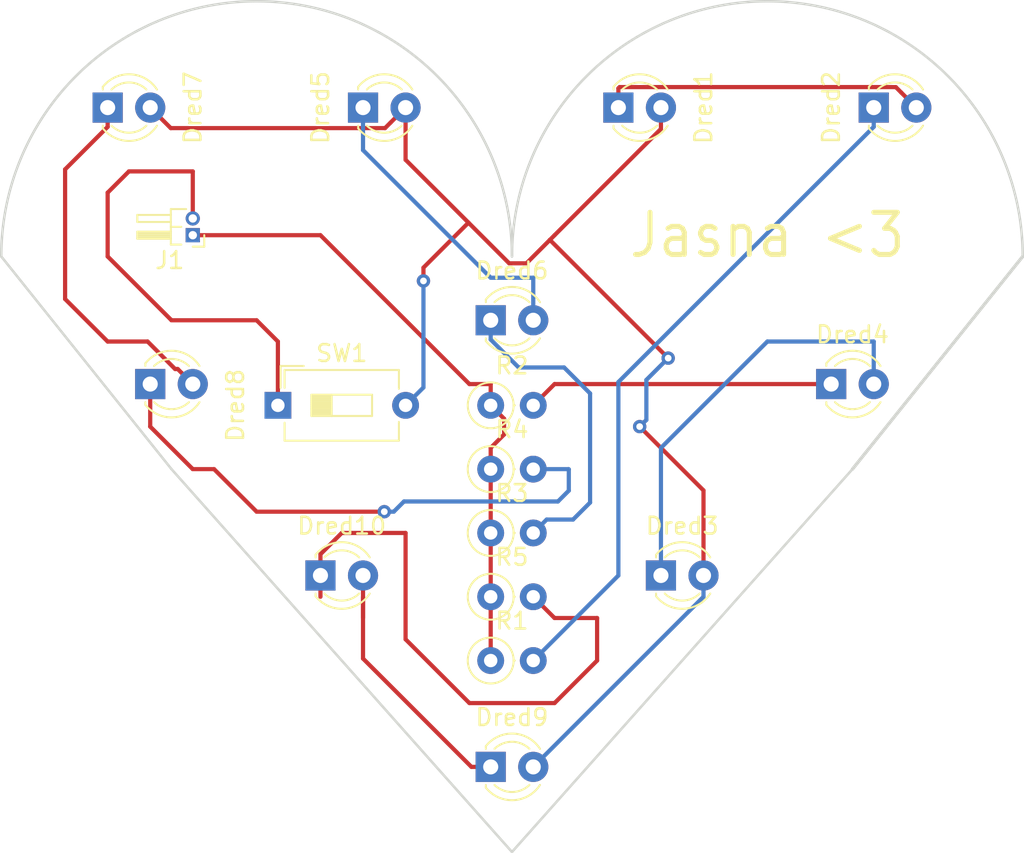
<source format=kicad_pcb>
(kicad_pcb (version 20171130) (host pcbnew "(5.0.2)-1")

  (general
    (thickness 1.6)
    (drawings 7)
    (tracks 114)
    (zones 0)
    (modules 17)
    (nets 14)
  )

  (page A4)
  (layers
    (0 F.Cu signal)
    (31 B.Cu signal)
    (32 B.Adhes user hide)
    (33 F.Adhes user hide)
    (34 B.Paste user hide)
    (35 F.Paste user hide)
    (36 B.SilkS user hide)
    (37 F.SilkS user)
    (38 B.Mask user)
    (39 F.Mask user hide)
    (40 Dwgs.User user)
    (41 Cmts.User user)
    (42 Eco1.User user)
    (43 Eco2.User user hide)
    (44 Edge.Cuts user)
    (45 Margin user)
    (46 B.CrtYd user)
    (47 F.CrtYd user)
    (48 B.Fab user)
    (49 F.Fab user)
  )

  (setup
    (last_trace_width 0.25)
    (trace_clearance 0.2)
    (zone_clearance 0.508)
    (zone_45_only no)
    (trace_min 0.2)
    (segment_width 0.2)
    (edge_width 0.15)
    (via_size 0.8)
    (via_drill 0.4)
    (via_min_size 0.4)
    (via_min_drill 0.3)
    (uvia_size 0.3)
    (uvia_drill 0.1)
    (uvias_allowed no)
    (uvia_min_size 0.2)
    (uvia_min_drill 0.1)
    (pcb_text_width 0.3)
    (pcb_text_size 1.5 1.5)
    (mod_edge_width 0.15)
    (mod_text_size 1 1)
    (mod_text_width 0.15)
    (pad_size 1.6 1.6)
    (pad_drill 1.6)
    (pad_to_mask_clearance 0.051)
    (solder_mask_min_width 0.25)
    (aux_axis_origin 0 0)
    (visible_elements 7FFFFFFF)
    (pcbplotparams
      (layerselection 0x010fc_ffffffff)
      (usegerberextensions false)
      (usegerberattributes false)
      (usegerberadvancedattributes false)
      (creategerberjobfile false)
      (excludeedgelayer true)
      (linewidth 0.100000)
      (plotframeref false)
      (viasonmask false)
      (mode 1)
      (useauxorigin false)
      (hpglpennumber 1)
      (hpglpenspeed 20)
      (hpglpendiameter 15.000000)
      (psnegative false)
      (psa4output false)
      (plotreference true)
      (plotvalue true)
      (plotinvisibletext false)
      (padsonsilk false)
      (subtractmaskfromsilk false)
      (outputformat 1)
      (mirror false)
      (drillshape 0)
      (scaleselection 1)
      (outputdirectory "gerbers/"))
  )

  (net 0 "")
  (net 1 "Net-(Dred1-Pad1)")
  (net 2 "Net-(Dred2-Pad1)")
  (net 3 "Net-(Dred3-Pad1)")
  (net 4 "Net-(Dred4-Pad1)")
  (net 5 "Net-(Dred5-Pad1)")
  (net 6 "Net-(Dred6-Pad1)")
  (net 7 "Net-(Dred7-Pad1)")
  (net 8 "Net-(Dred8-Pad1)")
  (net 9 "Net-(Dred10-Pad2)")
  (net 10 "Net-(Dred10-Pad1)")
  (net 11 +9V)
  (net 12 GND)
  (net 13 /POSITIVE)

  (net_class Default "This is the default net class."
    (clearance 0.2)
    (trace_width 0.25)
    (via_dia 0.8)
    (via_drill 0.4)
    (uvia_dia 0.3)
    (uvia_drill 0.1)
    (add_net +9V)
    (add_net /POSITIVE)
    (add_net GND)
    (add_net "Net-(Dred1-Pad1)")
    (add_net "Net-(Dred10-Pad1)")
    (add_net "Net-(Dred10-Pad2)")
    (add_net "Net-(Dred2-Pad1)")
    (add_net "Net-(Dred3-Pad1)")
    (add_net "Net-(Dred4-Pad1)")
    (add_net "Net-(Dred5-Pad1)")
    (add_net "Net-(Dred6-Pad1)")
    (add_net "Net-(Dred7-Pad1)")
    (add_net "Net-(Dred8-Pad1)")
  )

  (module LED_THT:LED_D3.0mm (layer F.Cu) (tedit 587A3A7B) (tstamp 5CF9F7C4)
    (at 166.37 62.23)
    (descr "LED, diameter 3.0mm, 2 pins")
    (tags "LED diameter 3.0mm 2 pins")
    (path /5CED5A98)
    (fp_text reference Dred1 (at 5.08 0 90) (layer F.SilkS)
      (effects (font (size 1 1) (thickness 0.15)))
    )
    (fp_text value LED (at 1.27 3.81) (layer F.Fab)
      (effects (font (size 1 1) (thickness 0.15)))
    )
    (fp_arc (start 1.27 0) (end -0.23 -1.16619) (angle 284.3) (layer F.Fab) (width 0.1))
    (fp_arc (start 1.27 0) (end -0.29 -1.235516) (angle 108.8) (layer F.SilkS) (width 0.12))
    (fp_arc (start 1.27 0) (end -0.29 1.235516) (angle -108.8) (layer F.SilkS) (width 0.12))
    (fp_arc (start 1.27 0) (end 0.229039 -1.08) (angle 87.9) (layer F.SilkS) (width 0.12))
    (fp_arc (start 1.27 0) (end 0.229039 1.08) (angle -87.9) (layer F.SilkS) (width 0.12))
    (fp_circle (center 1.27 0) (end 2.77 0) (layer F.Fab) (width 0.1))
    (fp_line (start -0.23 -1.16619) (end -0.23 1.16619) (layer F.Fab) (width 0.1))
    (fp_line (start -0.29 -1.236) (end -0.29 -1.08) (layer F.SilkS) (width 0.12))
    (fp_line (start -0.29 1.08) (end -0.29 1.236) (layer F.SilkS) (width 0.12))
    (fp_line (start -1.15 -2.25) (end -1.15 2.25) (layer F.CrtYd) (width 0.05))
    (fp_line (start -1.15 2.25) (end 3.7 2.25) (layer F.CrtYd) (width 0.05))
    (fp_line (start 3.7 2.25) (end 3.7 -2.25) (layer F.CrtYd) (width 0.05))
    (fp_line (start 3.7 -2.25) (end -1.15 -2.25) (layer F.CrtYd) (width 0.05))
    (pad 1 thru_hole rect (at 0 0) (size 1.8 1.8) (drill 0.9) (layers *.Cu *.Mask)
      (net 1 "Net-(Dred1-Pad1)"))
    (pad 2 thru_hole circle (at 2.54 0) (size 1.8 1.8) (drill 0.9) (layers *.Cu *.Mask)
      (net 13 /POSITIVE))
    (model ${KISYS3DMOD}/LED_THT.3dshapes/LED_D3.0mm.wrl
      (at (xyz 0 0 0))
      (scale (xyz 1 1 1))
      (rotate (xyz 0 0 0))
    )
  )

  (module LED_THT:LED_D3.0mm (layer F.Cu) (tedit 587A3A7B) (tstamp 5CF9F7D7)
    (at 181.61 62.23)
    (descr "LED, diameter 3.0mm, 2 pins")
    (tags "LED diameter 3.0mm 2 pins")
    (path /5C9F6F1E)
    (fp_text reference Dred2 (at -2.54 0 90) (layer F.SilkS)
      (effects (font (size 1 1) (thickness 0.15)))
    )
    (fp_text value LED (at 1.27 2.96) (layer F.Fab)
      (effects (font (size 1 1) (thickness 0.15)))
    )
    (fp_arc (start 1.27 0) (end -0.23 -1.16619) (angle 284.3) (layer F.Fab) (width 0.1))
    (fp_arc (start 1.27 0) (end -0.29 -1.235516) (angle 108.8) (layer F.SilkS) (width 0.12))
    (fp_arc (start 1.27 0) (end -0.29 1.235516) (angle -108.8) (layer F.SilkS) (width 0.12))
    (fp_arc (start 1.27 0) (end 0.229039 -1.08) (angle 87.9) (layer F.SilkS) (width 0.12))
    (fp_arc (start 1.27 0) (end 0.229039 1.08) (angle -87.9) (layer F.SilkS) (width 0.12))
    (fp_circle (center 1.27 0) (end 2.77 0) (layer F.Fab) (width 0.1))
    (fp_line (start -0.23 -1.16619) (end -0.23 1.16619) (layer F.Fab) (width 0.1))
    (fp_line (start -0.29 -1.236) (end -0.29 -1.08) (layer F.SilkS) (width 0.12))
    (fp_line (start -0.29 1.08) (end -0.29 1.236) (layer F.SilkS) (width 0.12))
    (fp_line (start -1.15 -2.25) (end -1.15 2.25) (layer F.CrtYd) (width 0.05))
    (fp_line (start -1.15 2.25) (end 3.7 2.25) (layer F.CrtYd) (width 0.05))
    (fp_line (start 3.7 2.25) (end 3.7 -2.25) (layer F.CrtYd) (width 0.05))
    (fp_line (start 3.7 -2.25) (end -1.15 -2.25) (layer F.CrtYd) (width 0.05))
    (pad 1 thru_hole rect (at 0 0) (size 1.8 1.8) (drill 0.9) (layers *.Cu *.Mask)
      (net 2 "Net-(Dred2-Pad1)"))
    (pad 2 thru_hole circle (at 2.54 0) (size 1.8 1.8) (drill 0.9) (layers *.Cu *.Mask)
      (net 1 "Net-(Dred1-Pad1)"))
    (model ${KISYS3DMOD}/LED_THT.3dshapes/LED_D3.0mm.wrl
      (at (xyz 0 0 0))
      (scale (xyz 1 1 1))
      (rotate (xyz 0 0 0))
    )
  )

  (module LED_THT:LED_D3.0mm (layer F.Cu) (tedit 587A3A7B) (tstamp 5CF9F7EA)
    (at 168.91 90.17)
    (descr "LED, diameter 3.0mm, 2 pins")
    (tags "LED diameter 3.0mm 2 pins")
    (path /5CED5992)
    (fp_text reference Dred3 (at 1.27 -2.96) (layer F.SilkS)
      (effects (font (size 1 1) (thickness 0.15)))
    )
    (fp_text value LED (at -2.54 0 90) (layer F.Fab)
      (effects (font (size 1 1) (thickness 0.15)))
    )
    (fp_line (start 3.7 -2.25) (end -1.15 -2.25) (layer F.CrtYd) (width 0.05))
    (fp_line (start 3.7 2.25) (end 3.7 -2.25) (layer F.CrtYd) (width 0.05))
    (fp_line (start -1.15 2.25) (end 3.7 2.25) (layer F.CrtYd) (width 0.05))
    (fp_line (start -1.15 -2.25) (end -1.15 2.25) (layer F.CrtYd) (width 0.05))
    (fp_line (start -0.29 1.08) (end -0.29 1.236) (layer F.SilkS) (width 0.12))
    (fp_line (start -0.29 -1.236) (end -0.29 -1.08) (layer F.SilkS) (width 0.12))
    (fp_line (start -0.23 -1.16619) (end -0.23 1.16619) (layer F.Fab) (width 0.1))
    (fp_circle (center 1.27 0) (end 2.77 0) (layer F.Fab) (width 0.1))
    (fp_arc (start 1.27 0) (end 0.229039 1.08) (angle -87.9) (layer F.SilkS) (width 0.12))
    (fp_arc (start 1.27 0) (end 0.229039 -1.08) (angle 87.9) (layer F.SilkS) (width 0.12))
    (fp_arc (start 1.27 0) (end -0.29 1.235516) (angle -108.8) (layer F.SilkS) (width 0.12))
    (fp_arc (start 1.27 0) (end -0.29 -1.235516) (angle 108.8) (layer F.SilkS) (width 0.12))
    (fp_arc (start 1.27 0) (end -0.23 -1.16619) (angle 284.3) (layer F.Fab) (width 0.1))
    (pad 2 thru_hole circle (at 2.54 0) (size 1.8 1.8) (drill 0.9) (layers *.Cu *.Mask)
      (net 13 /POSITIVE))
    (pad 1 thru_hole rect (at 0 0) (size 1.8 1.8) (drill 0.9) (layers *.Cu *.Mask)
      (net 3 "Net-(Dred3-Pad1)"))
    (model ${KISYS3DMOD}/LED_THT.3dshapes/LED_D3.0mm.wrl
      (at (xyz 0 0 0))
      (scale (xyz 1 1 1))
      (rotate (xyz 0 0 0))
    )
  )

  (module LED_THT:LED_D3.0mm (layer F.Cu) (tedit 587A3A7B) (tstamp 5CF9F7FD)
    (at 179.07 78.74)
    (descr "LED, diameter 3.0mm, 2 pins")
    (tags "LED diameter 3.0mm 2 pins")
    (path /5CED5C77)
    (fp_text reference Dred4 (at 1.27 -2.96) (layer F.SilkS)
      (effects (font (size 1 1) (thickness 0.15)))
    )
    (fp_text value LED (at 1.27 2.96) (layer F.Fab)
      (effects (font (size 1 1) (thickness 0.15)))
    )
    (fp_line (start 3.7 -2.25) (end -1.15 -2.25) (layer F.CrtYd) (width 0.05))
    (fp_line (start 3.7 2.25) (end 3.7 -2.25) (layer F.CrtYd) (width 0.05))
    (fp_line (start -1.15 2.25) (end 3.7 2.25) (layer F.CrtYd) (width 0.05))
    (fp_line (start -1.15 -2.25) (end -1.15 2.25) (layer F.CrtYd) (width 0.05))
    (fp_line (start -0.29 1.08) (end -0.29 1.236) (layer F.SilkS) (width 0.12))
    (fp_line (start -0.29 -1.236) (end -0.29 -1.08) (layer F.SilkS) (width 0.12))
    (fp_line (start -0.23 -1.16619) (end -0.23 1.16619) (layer F.Fab) (width 0.1))
    (fp_circle (center 1.27 0) (end 2.77 0) (layer F.Fab) (width 0.1))
    (fp_arc (start 1.27 0) (end 0.229039 1.08) (angle -87.9) (layer F.SilkS) (width 0.12))
    (fp_arc (start 1.27 0) (end 0.229039 -1.08) (angle 87.9) (layer F.SilkS) (width 0.12))
    (fp_arc (start 1.27 0) (end -0.29 1.235516) (angle -108.8) (layer F.SilkS) (width 0.12))
    (fp_arc (start 1.27 0) (end -0.29 -1.235516) (angle 108.8) (layer F.SilkS) (width 0.12))
    (fp_arc (start 1.27 0) (end -0.23 -1.16619) (angle 284.3) (layer F.Fab) (width 0.1))
    (pad 2 thru_hole circle (at 2.54 0) (size 1.8 1.8) (drill 0.9) (layers *.Cu *.Mask)
      (net 3 "Net-(Dred3-Pad1)"))
    (pad 1 thru_hole rect (at 0 0) (size 1.8 1.8) (drill 0.9) (layers *.Cu *.Mask)
      (net 4 "Net-(Dred4-Pad1)"))
    (model ${KISYS3DMOD}/LED_THT.3dshapes/LED_D3.0mm.wrl
      (at (xyz 0 0 0))
      (scale (xyz 1 1 1))
      (rotate (xyz 0 0 0))
    )
  )

  (module LED_THT:LED_D3.0mm (layer F.Cu) (tedit 587A3A7B) (tstamp 5CF9F810)
    (at 151.13 62.23)
    (descr "LED, diameter 3.0mm, 2 pins")
    (tags "LED diameter 3.0mm 2 pins")
    (path /5CED5D41)
    (fp_text reference Dred5 (at -2.54 0 90) (layer F.SilkS)
      (effects (font (size 1 1) (thickness 0.15)))
    )
    (fp_text value LED (at 1.27 2.96) (layer F.Fab)
      (effects (font (size 1 1) (thickness 0.15)))
    )
    (fp_line (start 3.7 -2.25) (end -1.15 -2.25) (layer F.CrtYd) (width 0.05))
    (fp_line (start 3.7 2.25) (end 3.7 -2.25) (layer F.CrtYd) (width 0.05))
    (fp_line (start -1.15 2.25) (end 3.7 2.25) (layer F.CrtYd) (width 0.05))
    (fp_line (start -1.15 -2.25) (end -1.15 2.25) (layer F.CrtYd) (width 0.05))
    (fp_line (start -0.29 1.08) (end -0.29 1.236) (layer F.SilkS) (width 0.12))
    (fp_line (start -0.29 -1.236) (end -0.29 -1.08) (layer F.SilkS) (width 0.12))
    (fp_line (start -0.23 -1.16619) (end -0.23 1.16619) (layer F.Fab) (width 0.1))
    (fp_circle (center 1.27 0) (end 2.77 0) (layer F.Fab) (width 0.1))
    (fp_arc (start 1.27 0) (end 0.229039 1.08) (angle -87.9) (layer F.SilkS) (width 0.12))
    (fp_arc (start 1.27 0) (end 0.229039 -1.08) (angle 87.9) (layer F.SilkS) (width 0.12))
    (fp_arc (start 1.27 0) (end -0.29 1.235516) (angle -108.8) (layer F.SilkS) (width 0.12))
    (fp_arc (start 1.27 0) (end -0.29 -1.235516) (angle 108.8) (layer F.SilkS) (width 0.12))
    (fp_arc (start 1.27 0) (end -0.23 -1.16619) (angle 284.3) (layer F.Fab) (width 0.1))
    (pad 2 thru_hole circle (at 2.54 0) (size 1.8 1.8) (drill 0.9) (layers *.Cu *.Mask)
      (net 13 /POSITIVE))
    (pad 1 thru_hole rect (at 0 0) (size 1.8 1.8) (drill 0.9) (layers *.Cu *.Mask)
      (net 5 "Net-(Dred5-Pad1)"))
    (model ${KISYS3DMOD}/LED_THT.3dshapes/LED_D3.0mm.wrl
      (at (xyz 0 0 0))
      (scale (xyz 1 1 1))
      (rotate (xyz 0 0 0))
    )
  )

  (module LED_THT:LED_D3.0mm (layer F.Cu) (tedit 587A3A7B) (tstamp 5CF9F823)
    (at 158.75 74.93)
    (descr "LED, diameter 3.0mm, 2 pins")
    (tags "LED diameter 3.0mm 2 pins")
    (path /5CED5D17)
    (fp_text reference Dred6 (at 1.27 -2.96) (layer F.SilkS)
      (effects (font (size 1 1) (thickness 0.15)))
    )
    (fp_text value LED (at 1.27 2.96) (layer F.Fab)
      (effects (font (size 1 1) (thickness 0.15)))
    )
    (fp_arc (start 1.27 0) (end -0.23 -1.16619) (angle 284.3) (layer F.Fab) (width 0.1))
    (fp_arc (start 1.27 0) (end -0.29 -1.235516) (angle 108.8) (layer F.SilkS) (width 0.12))
    (fp_arc (start 1.27 0) (end -0.29 1.235516) (angle -108.8) (layer F.SilkS) (width 0.12))
    (fp_arc (start 1.27 0) (end 0.229039 -1.08) (angle 87.9) (layer F.SilkS) (width 0.12))
    (fp_arc (start 1.27 0) (end 0.229039 1.08) (angle -87.9) (layer F.SilkS) (width 0.12))
    (fp_circle (center 1.27 0) (end 2.77 0) (layer F.Fab) (width 0.1))
    (fp_line (start -0.23 -1.16619) (end -0.23 1.16619) (layer F.Fab) (width 0.1))
    (fp_line (start -0.29 -1.236) (end -0.29 -1.08) (layer F.SilkS) (width 0.12))
    (fp_line (start -0.29 1.08) (end -0.29 1.236) (layer F.SilkS) (width 0.12))
    (fp_line (start -1.15 -2.25) (end -1.15 2.25) (layer F.CrtYd) (width 0.05))
    (fp_line (start -1.15 2.25) (end 3.7 2.25) (layer F.CrtYd) (width 0.05))
    (fp_line (start 3.7 2.25) (end 3.7 -2.25) (layer F.CrtYd) (width 0.05))
    (fp_line (start 3.7 -2.25) (end -1.15 -2.25) (layer F.CrtYd) (width 0.05))
    (pad 1 thru_hole rect (at 0 0) (size 1.8 1.8) (drill 0.9) (layers *.Cu *.Mask)
      (net 6 "Net-(Dred6-Pad1)"))
    (pad 2 thru_hole circle (at 2.54 0) (size 1.8 1.8) (drill 0.9) (layers *.Cu *.Mask)
      (net 5 "Net-(Dred5-Pad1)"))
    (model ${KISYS3DMOD}/LED_THT.3dshapes/LED_D3.0mm.wrl
      (at (xyz 0 0 0))
      (scale (xyz 1 1 1))
      (rotate (xyz 0 0 0))
    )
  )

  (module LED_THT:LED_D3.0mm (layer F.Cu) (tedit 587A3A7B) (tstamp 5CF9F836)
    (at 135.89 62.23)
    (descr "LED, diameter 3.0mm, 2 pins")
    (tags "LED diameter 3.0mm 2 pins")
    (path /5CED5E34)
    (fp_text reference Dred7 (at 5.08 0 90) (layer F.SilkS)
      (effects (font (size 1 1) (thickness 0.15)))
    )
    (fp_text value LED (at 1.27 2.96) (layer F.Fab)
      (effects (font (size 1 1) (thickness 0.15)))
    )
    (fp_arc (start 1.27 0) (end -0.23 -1.16619) (angle 284.3) (layer F.Fab) (width 0.1))
    (fp_arc (start 1.27 0) (end -0.29 -1.235516) (angle 108.8) (layer F.SilkS) (width 0.12))
    (fp_arc (start 1.27 0) (end -0.29 1.235516) (angle -108.8) (layer F.SilkS) (width 0.12))
    (fp_arc (start 1.27 0) (end 0.229039 -1.08) (angle 87.9) (layer F.SilkS) (width 0.12))
    (fp_arc (start 1.27 0) (end 0.229039 1.08) (angle -87.9) (layer F.SilkS) (width 0.12))
    (fp_circle (center 1.27 0) (end 2.77 0) (layer F.Fab) (width 0.1))
    (fp_line (start -0.23 -1.16619) (end -0.23 1.16619) (layer F.Fab) (width 0.1))
    (fp_line (start -0.29 -1.236) (end -0.29 -1.08) (layer F.SilkS) (width 0.12))
    (fp_line (start -0.29 1.08) (end -0.29 1.236) (layer F.SilkS) (width 0.12))
    (fp_line (start -1.15 -2.25) (end -1.15 2.25) (layer F.CrtYd) (width 0.05))
    (fp_line (start -1.15 2.25) (end 3.7 2.25) (layer F.CrtYd) (width 0.05))
    (fp_line (start 3.7 2.25) (end 3.7 -2.25) (layer F.CrtYd) (width 0.05))
    (fp_line (start 3.7 -2.25) (end -1.15 -2.25) (layer F.CrtYd) (width 0.05))
    (pad 1 thru_hole rect (at 0 0) (size 1.8 1.8) (drill 0.9) (layers *.Cu *.Mask)
      (net 7 "Net-(Dred7-Pad1)"))
    (pad 2 thru_hole circle (at 2.54 0) (size 1.8 1.8) (drill 0.9) (layers *.Cu *.Mask)
      (net 13 /POSITIVE))
    (model ${KISYS3DMOD}/LED_THT.3dshapes/LED_D3.0mm.wrl
      (at (xyz 0 0 0))
      (scale (xyz 1 1 1))
      (rotate (xyz 0 0 0))
    )
  )

  (module LED_THT:LED_D3.0mm (layer F.Cu) (tedit 587A3A7B) (tstamp 5CF9F849)
    (at 138.43 78.74)
    (descr "LED, diameter 3.0mm, 2 pins")
    (tags "LED diameter 3.0mm 2 pins")
    (path /5CED5E7E)
    (fp_text reference Dred8 (at 5.08 1.27 270) (layer F.SilkS)
      (effects (font (size 1 1) (thickness 0.15)))
    )
    (fp_text value LED (at 1.27 2.96) (layer F.Fab)
      (effects (font (size 1 1) (thickness 0.15)))
    )
    (fp_line (start 3.7 -2.25) (end -1.15 -2.25) (layer F.CrtYd) (width 0.05))
    (fp_line (start 3.7 2.25) (end 3.7 -2.25) (layer F.CrtYd) (width 0.05))
    (fp_line (start -1.15 2.25) (end 3.7 2.25) (layer F.CrtYd) (width 0.05))
    (fp_line (start -1.15 -2.25) (end -1.15 2.25) (layer F.CrtYd) (width 0.05))
    (fp_line (start -0.29 1.08) (end -0.29 1.236) (layer F.SilkS) (width 0.12))
    (fp_line (start -0.29 -1.236) (end -0.29 -1.08) (layer F.SilkS) (width 0.12))
    (fp_line (start -0.23 -1.16619) (end -0.23 1.16619) (layer F.Fab) (width 0.1))
    (fp_circle (center 1.27 0) (end 2.77 0) (layer F.Fab) (width 0.1))
    (fp_arc (start 1.27 0) (end 0.229039 1.08) (angle -87.9) (layer F.SilkS) (width 0.12))
    (fp_arc (start 1.27 0) (end 0.229039 -1.08) (angle 87.9) (layer F.SilkS) (width 0.12))
    (fp_arc (start 1.27 0) (end -0.29 1.235516) (angle -108.8) (layer F.SilkS) (width 0.12))
    (fp_arc (start 1.27 0) (end -0.29 -1.235516) (angle 108.8) (layer F.SilkS) (width 0.12))
    (fp_arc (start 1.27 0) (end -0.23 -1.16619) (angle 284.3) (layer F.Fab) (width 0.1))
    (pad 2 thru_hole circle (at 2.54 0) (size 1.8 1.8) (drill 0.9) (layers *.Cu *.Mask)
      (net 7 "Net-(Dred7-Pad1)"))
    (pad 1 thru_hole rect (at 0 0) (size 1.8 1.8) (drill 0.9) (layers *.Cu *.Mask)
      (net 8 "Net-(Dred8-Pad1)"))
    (model ${KISYS3DMOD}/LED_THT.3dshapes/LED_D3.0mm.wrl
      (at (xyz 0 0 0))
      (scale (xyz 1 1 1))
      (rotate (xyz 0 0 0))
    )
  )

  (module LED_THT:LED_D3.0mm (layer F.Cu) (tedit 587A3A7B) (tstamp 5CF9F85C)
    (at 158.75 101.6)
    (descr "LED, diameter 3.0mm, 2 pins")
    (tags "LED diameter 3.0mm 2 pins")
    (path /5CED5EC3)
    (fp_text reference Dred9 (at 1.27 -2.96) (layer F.SilkS)
      (effects (font (size 1 1) (thickness 0.15)))
    )
    (fp_text value LED (at 1.27 2.96) (layer F.Fab)
      (effects (font (size 1 1) (thickness 0.15)))
    )
    (fp_arc (start 1.27 0) (end -0.23 -1.16619) (angle 284.3) (layer F.Fab) (width 0.1))
    (fp_arc (start 1.27 0) (end -0.29 -1.235516) (angle 108.8) (layer F.SilkS) (width 0.12))
    (fp_arc (start 1.27 0) (end -0.29 1.235516) (angle -108.8) (layer F.SilkS) (width 0.12))
    (fp_arc (start 1.27 0) (end 0.229039 -1.08) (angle 87.9) (layer F.SilkS) (width 0.12))
    (fp_arc (start 1.27 0) (end 0.229039 1.08) (angle -87.9) (layer F.SilkS) (width 0.12))
    (fp_circle (center 1.27 0) (end 2.77 0) (layer F.Fab) (width 0.1))
    (fp_line (start -0.23 -1.16619) (end -0.23 1.16619) (layer F.Fab) (width 0.1))
    (fp_line (start -0.29 -1.236) (end -0.29 -1.08) (layer F.SilkS) (width 0.12))
    (fp_line (start -0.29 1.08) (end -0.29 1.236) (layer F.SilkS) (width 0.12))
    (fp_line (start -1.15 -2.25) (end -1.15 2.25) (layer F.CrtYd) (width 0.05))
    (fp_line (start -1.15 2.25) (end 3.7 2.25) (layer F.CrtYd) (width 0.05))
    (fp_line (start 3.7 2.25) (end 3.7 -2.25) (layer F.CrtYd) (width 0.05))
    (fp_line (start 3.7 -2.25) (end -1.15 -2.25) (layer F.CrtYd) (width 0.05))
    (pad 1 thru_hole rect (at 0 0) (size 1.8 1.8) (drill 0.9) (layers *.Cu *.Mask)
      (net 9 "Net-(Dred10-Pad2)"))
    (pad 2 thru_hole circle (at 2.54 0) (size 1.8 1.8) (drill 0.9) (layers *.Cu *.Mask)
      (net 13 /POSITIVE))
    (model ${KISYS3DMOD}/LED_THT.3dshapes/LED_D3.0mm.wrl
      (at (xyz 0 0 0))
      (scale (xyz 1 1 1))
      (rotate (xyz 0 0 0))
    )
  )

  (module LED_THT:LED_D3.0mm (layer F.Cu) (tedit 587A3A7B) (tstamp 5CF9F86F)
    (at 148.59 90.17)
    (descr "LED, diameter 3.0mm, 2 pins")
    (tags "LED diameter 3.0mm 2 pins")
    (path /5CED5F1D)
    (fp_text reference Dred10 (at 1.27 -2.96) (layer F.SilkS)
      (effects (font (size 1 1) (thickness 0.15)))
    )
    (fp_text value LED (at 1.27 2.96) (layer F.Fab)
      (effects (font (size 1 1) (thickness 0.15)))
    )
    (fp_line (start 3.7 -2.25) (end -1.15 -2.25) (layer F.CrtYd) (width 0.05))
    (fp_line (start 3.7 2.25) (end 3.7 -2.25) (layer F.CrtYd) (width 0.05))
    (fp_line (start -1.15 2.25) (end 3.7 2.25) (layer F.CrtYd) (width 0.05))
    (fp_line (start -1.15 -2.25) (end -1.15 2.25) (layer F.CrtYd) (width 0.05))
    (fp_line (start -0.29 1.08) (end -0.29 1.236) (layer F.SilkS) (width 0.12))
    (fp_line (start -0.29 -1.236) (end -0.29 -1.08) (layer F.SilkS) (width 0.12))
    (fp_line (start -0.23 -1.16619) (end -0.23 1.16619) (layer F.Fab) (width 0.1))
    (fp_circle (center 1.27 0) (end 2.77 0) (layer F.Fab) (width 0.1))
    (fp_arc (start 1.27 0) (end 0.229039 1.08) (angle -87.9) (layer F.SilkS) (width 0.12))
    (fp_arc (start 1.27 0) (end 0.229039 -1.08) (angle 87.9) (layer F.SilkS) (width 0.12))
    (fp_arc (start 1.27 0) (end -0.29 1.235516) (angle -108.8) (layer F.SilkS) (width 0.12))
    (fp_arc (start 1.27 0) (end -0.29 -1.235516) (angle 108.8) (layer F.SilkS) (width 0.12))
    (fp_arc (start 1.27 0) (end -0.23 -1.16619) (angle 284.3) (layer F.Fab) (width 0.1))
    (pad 2 thru_hole circle (at 2.54 0) (size 1.8 1.8) (drill 0.9) (layers *.Cu *.Mask)
      (net 9 "Net-(Dred10-Pad2)"))
    (pad 1 thru_hole rect (at 0 0) (size 1.8 1.8) (drill 0.9) (layers *.Cu *.Mask)
      (net 10 "Net-(Dred10-Pad1)"))
    (model ${KISYS3DMOD}/LED_THT.3dshapes/LED_D3.0mm.wrl
      (at (xyz 0 0 0))
      (scale (xyz 1 1 1))
      (rotate (xyz 0 0 0))
    )
  )

  (module Resistor_THT:R_Axial_DIN0207_L6.3mm_D2.5mm_P2.54mm_Vertical (layer F.Cu) (tedit 5AE5139B) (tstamp 5CF9F87E)
    (at 158.75 95.25)
    (descr "Resistor, Axial_DIN0207 series, Axial, Vertical, pin pitch=2.54mm, 0.25W = 1/4W, length*diameter=6.3*2.5mm^2, http://cdn-reichelt.de/documents/datenblatt/B400/1_4W%23YAG.pdf")
    (tags "Resistor Axial_DIN0207 series Axial Vertical pin pitch 2.54mm 0.25W = 1/4W length 6.3mm diameter 2.5mm")
    (path /5C9F6CFF)
    (fp_text reference R1 (at 1.27 -2.37) (layer F.SilkS)
      (effects (font (size 1 1) (thickness 0.15)))
    )
    (fp_text value 270 (at 1.27 2.37) (layer F.Fab)
      (effects (font (size 1 1) (thickness 0.15)))
    )
    (fp_circle (center 0 0) (end 1.25 0) (layer F.Fab) (width 0.1))
    (fp_circle (center 0 0) (end 1.37 0) (layer F.SilkS) (width 0.12))
    (fp_line (start 0 0) (end 2.54 0) (layer F.Fab) (width 0.1))
    (fp_line (start 1.37 0) (end 1.44 0) (layer F.SilkS) (width 0.12))
    (fp_line (start -1.5 -1.5) (end -1.5 1.5) (layer F.CrtYd) (width 0.05))
    (fp_line (start -1.5 1.5) (end 3.59 1.5) (layer F.CrtYd) (width 0.05))
    (fp_line (start 3.59 1.5) (end 3.59 -1.5) (layer F.CrtYd) (width 0.05))
    (fp_line (start 3.59 -1.5) (end -1.5 -1.5) (layer F.CrtYd) (width 0.05))
    (fp_text user %R (at 1.27 -2.37) (layer F.Fab)
      (effects (font (size 1 1) (thickness 0.15)))
    )
    (pad 1 thru_hole circle (at 0 0) (size 1.6 1.6) (drill 0.8) (layers *.Cu *.Mask)
      (net 12 GND))
    (pad 2 thru_hole oval (at 2.54 0) (size 1.6 1.6) (drill 0.8) (layers *.Cu *.Mask)
      (net 2 "Net-(Dred2-Pad1)"))
    (model ${KISYS3DMOD}/Resistor_THT.3dshapes/R_Axial_DIN0207_L6.3mm_D2.5mm_P2.54mm_Vertical.wrl
      (at (xyz 0 0 0))
      (scale (xyz 1 1 1))
      (rotate (xyz 0 0 0))
    )
  )

  (module Resistor_THT:R_Axial_DIN0207_L6.3mm_D2.5mm_P2.54mm_Vertical (layer F.Cu) (tedit 5AE5139B) (tstamp 5CF9F88D)
    (at 158.75 80.01)
    (descr "Resistor, Axial_DIN0207 series, Axial, Vertical, pin pitch=2.54mm, 0.25W = 1/4W, length*diameter=6.3*2.5mm^2, http://cdn-reichelt.de/documents/datenblatt/B400/1_4W%23YAG.pdf")
    (tags "Resistor Axial_DIN0207 series Axial Vertical pin pitch 2.54mm 0.25W = 1/4W length 6.3mm diameter 2.5mm")
    (path /5CED8E61)
    (fp_text reference R2 (at 1.27 -2.37) (layer F.SilkS)
      (effects (font (size 1 1) (thickness 0.15)))
    )
    (fp_text value 270 (at 1.27 2.37) (layer F.Fab)
      (effects (font (size 1 1) (thickness 0.15)))
    )
    (fp_circle (center 0 0) (end 1.25 0) (layer F.Fab) (width 0.1))
    (fp_circle (center 0 0) (end 1.37 0) (layer F.SilkS) (width 0.12))
    (fp_line (start 0 0) (end 2.54 0) (layer F.Fab) (width 0.1))
    (fp_line (start 1.37 0) (end 1.44 0) (layer F.SilkS) (width 0.12))
    (fp_line (start -1.5 -1.5) (end -1.5 1.5) (layer F.CrtYd) (width 0.05))
    (fp_line (start -1.5 1.5) (end 3.59 1.5) (layer F.CrtYd) (width 0.05))
    (fp_line (start 3.59 1.5) (end 3.59 -1.5) (layer F.CrtYd) (width 0.05))
    (fp_line (start 3.59 -1.5) (end -1.5 -1.5) (layer F.CrtYd) (width 0.05))
    (fp_text user %R (at 1.27 -2.37) (layer F.Fab)
      (effects (font (size 1 1) (thickness 0.15)))
    )
    (pad 1 thru_hole circle (at 0 0) (size 1.6 1.6) (drill 0.8) (layers *.Cu *.Mask)
      (net 12 GND))
    (pad 2 thru_hole oval (at 2.54 0) (size 1.6 1.6) (drill 0.8) (layers *.Cu *.Mask)
      (net 4 "Net-(Dred4-Pad1)"))
    (model ${KISYS3DMOD}/Resistor_THT.3dshapes/R_Axial_DIN0207_L6.3mm_D2.5mm_P2.54mm_Vertical.wrl
      (at (xyz 0 0 0))
      (scale (xyz 1 1 1))
      (rotate (xyz 0 0 0))
    )
  )

  (module Resistor_THT:R_Axial_DIN0207_L6.3mm_D2.5mm_P2.54mm_Vertical (layer F.Cu) (tedit 5AE5139B) (tstamp 5CF9F89C)
    (at 158.75 87.63)
    (descr "Resistor, Axial_DIN0207 series, Axial, Vertical, pin pitch=2.54mm, 0.25W = 1/4W, length*diameter=6.3*2.5mm^2, http://cdn-reichelt.de/documents/datenblatt/B400/1_4W%23YAG.pdf")
    (tags "Resistor Axial_DIN0207 series Axial Vertical pin pitch 2.54mm 0.25W = 1/4W length 6.3mm diameter 2.5mm")
    (path /5CED93B3)
    (fp_text reference R3 (at 1.27 -2.37) (layer F.SilkS)
      (effects (font (size 1 1) (thickness 0.15)))
    )
    (fp_text value 270 (at 1.27 2.37) (layer F.Fab)
      (effects (font (size 1 1) (thickness 0.15)))
    )
    (fp_text user %R (at 1.27 -2.37) (layer F.Fab)
      (effects (font (size 1 1) (thickness 0.15)))
    )
    (fp_line (start 3.59 -1.5) (end -1.5 -1.5) (layer F.CrtYd) (width 0.05))
    (fp_line (start 3.59 1.5) (end 3.59 -1.5) (layer F.CrtYd) (width 0.05))
    (fp_line (start -1.5 1.5) (end 3.59 1.5) (layer F.CrtYd) (width 0.05))
    (fp_line (start -1.5 -1.5) (end -1.5 1.5) (layer F.CrtYd) (width 0.05))
    (fp_line (start 1.37 0) (end 1.44 0) (layer F.SilkS) (width 0.12))
    (fp_line (start 0 0) (end 2.54 0) (layer F.Fab) (width 0.1))
    (fp_circle (center 0 0) (end 1.37 0) (layer F.SilkS) (width 0.12))
    (fp_circle (center 0 0) (end 1.25 0) (layer F.Fab) (width 0.1))
    (pad 2 thru_hole oval (at 2.54 0) (size 1.6 1.6) (drill 0.8) (layers *.Cu *.Mask)
      (net 6 "Net-(Dred6-Pad1)"))
    (pad 1 thru_hole circle (at 0 0) (size 1.6 1.6) (drill 0.8) (layers *.Cu *.Mask)
      (net 12 GND))
    (model ${KISYS3DMOD}/Resistor_THT.3dshapes/R_Axial_DIN0207_L6.3mm_D2.5mm_P2.54mm_Vertical.wrl
      (at (xyz 0 0 0))
      (scale (xyz 1 1 1))
      (rotate (xyz 0 0 0))
    )
  )

  (module Resistor_THT:R_Axial_DIN0207_L6.3mm_D2.5mm_P2.54mm_Vertical (layer F.Cu) (tedit 5AE5139B) (tstamp 5CF9F8AB)
    (at 158.75 83.82)
    (descr "Resistor, Axial_DIN0207 series, Axial, Vertical, pin pitch=2.54mm, 0.25W = 1/4W, length*diameter=6.3*2.5mm^2, http://cdn-reichelt.de/documents/datenblatt/B400/1_4W%23YAG.pdf")
    (tags "Resistor Axial_DIN0207 series Axial Vertical pin pitch 2.54mm 0.25W = 1/4W length 6.3mm diameter 2.5mm")
    (path /5CED8A4F)
    (fp_text reference R4 (at 1.27 -2.37) (layer F.SilkS)
      (effects (font (size 1 1) (thickness 0.15)))
    )
    (fp_text value 270 (at 1.27 2.37) (layer F.Fab)
      (effects (font (size 1 1) (thickness 0.15)))
    )
    (fp_text user %R (at 1.27 -2.37) (layer F.Fab)
      (effects (font (size 1 1) (thickness 0.15)))
    )
    (fp_line (start 3.59 -1.5) (end -1.5 -1.5) (layer F.CrtYd) (width 0.05))
    (fp_line (start 3.59 1.5) (end 3.59 -1.5) (layer F.CrtYd) (width 0.05))
    (fp_line (start -1.5 1.5) (end 3.59 1.5) (layer F.CrtYd) (width 0.05))
    (fp_line (start -1.5 -1.5) (end -1.5 1.5) (layer F.CrtYd) (width 0.05))
    (fp_line (start 1.37 0) (end 1.44 0) (layer F.SilkS) (width 0.12))
    (fp_line (start 0 0) (end 2.54 0) (layer F.Fab) (width 0.1))
    (fp_circle (center 0 0) (end 1.37 0) (layer F.SilkS) (width 0.12))
    (fp_circle (center 0 0) (end 1.25 0) (layer F.Fab) (width 0.1))
    (pad 2 thru_hole oval (at 2.54 0) (size 1.6 1.6) (drill 0.8) (layers *.Cu *.Mask)
      (net 8 "Net-(Dred8-Pad1)"))
    (pad 1 thru_hole circle (at 0 0) (size 1.6 1.6) (drill 0.8) (layers *.Cu *.Mask)
      (net 12 GND))
    (model ${KISYS3DMOD}/Resistor_THT.3dshapes/R_Axial_DIN0207_L6.3mm_D2.5mm_P2.54mm_Vertical.wrl
      (at (xyz 0 0 0))
      (scale (xyz 1 1 1))
      (rotate (xyz 0 0 0))
    )
  )

  (module Resistor_THT:R_Axial_DIN0207_L6.3mm_D2.5mm_P2.54mm_Vertical (layer F.Cu) (tedit 5AE5139B) (tstamp 5CF9F8BA)
    (at 158.75 91.44)
    (descr "Resistor, Axial_DIN0207 series, Axial, Vertical, pin pitch=2.54mm, 0.25W = 1/4W, length*diameter=6.3*2.5mm^2, http://cdn-reichelt.de/documents/datenblatt/B400/1_4W%23YAG.pdf")
    (tags "Resistor Axial_DIN0207 series Axial Vertical pin pitch 2.54mm 0.25W = 1/4W length 6.3mm diameter 2.5mm")
    (path /5CED9425)
    (fp_text reference R5 (at 1.27 -2.37) (layer F.SilkS)
      (effects (font (size 1 1) (thickness 0.15)))
    )
    (fp_text value 270 (at 1.27 2.37) (layer F.Fab)
      (effects (font (size 1 1) (thickness 0.15)))
    )
    (fp_circle (center 0 0) (end 1.25 0) (layer F.Fab) (width 0.1))
    (fp_circle (center 0 0) (end 1.37 0) (layer F.SilkS) (width 0.12))
    (fp_line (start 0 0) (end 2.54 0) (layer F.Fab) (width 0.1))
    (fp_line (start 1.37 0) (end 1.44 0) (layer F.SilkS) (width 0.12))
    (fp_line (start -1.5 -1.5) (end -1.5 1.5) (layer F.CrtYd) (width 0.05))
    (fp_line (start -1.5 1.5) (end 3.59 1.5) (layer F.CrtYd) (width 0.05))
    (fp_line (start 3.59 1.5) (end 3.59 -1.5) (layer F.CrtYd) (width 0.05))
    (fp_line (start 3.59 -1.5) (end -1.5 -1.5) (layer F.CrtYd) (width 0.05))
    (fp_text user %R (at 1.27 -2.37) (layer F.Fab)
      (effects (font (size 1 1) (thickness 0.15)))
    )
    (pad 1 thru_hole circle (at 0 0) (size 1.6 1.6) (drill 0.8) (layers *.Cu *.Mask)
      (net 12 GND))
    (pad 2 thru_hole oval (at 2.54 0) (size 1.6 1.6) (drill 0.8) (layers *.Cu *.Mask)
      (net 10 "Net-(Dred10-Pad1)"))
    (model ${KISYS3DMOD}/Resistor_THT.3dshapes/R_Axial_DIN0207_L6.3mm_D2.5mm_P2.54mm_Vertical.wrl
      (at (xyz 0 0 0))
      (scale (xyz 1 1 1))
      (rotate (xyz 0 0 0))
    )
  )

  (module Connector_PinHeader_1.00mm:PinHeader_1x02_P1.00mm_Horizontal (layer F.Cu) (tedit 59FED737) (tstamp 5D0308D5)
    (at 140.97 69.85 180)
    (descr "Through hole angled pin header, 1x02, 1.00mm pitch, 2.0mm pin length, single row")
    (tags "Through hole angled pin header THT 1x02 1.00mm single row")
    (path /5CF6E7AC)
    (fp_text reference J1 (at 1.375 -1.5 180) (layer F.SilkS)
      (effects (font (size 1 1) (thickness 0.15)))
    )
    (fp_text value Conn_01x02 (at 1.375 2.5 180) (layer F.Fab)
      (effects (font (size 1 1) (thickness 0.15)))
    )
    (fp_line (start 0.5 -0.5) (end 1.25 -0.5) (layer F.Fab) (width 0.1))
    (fp_line (start 1.25 -0.5) (end 1.25 1.5) (layer F.Fab) (width 0.1))
    (fp_line (start 1.25 1.5) (end 0.25 1.5) (layer F.Fab) (width 0.1))
    (fp_line (start 0.25 1.5) (end 0.25 -0.25) (layer F.Fab) (width 0.1))
    (fp_line (start 0.25 -0.25) (end 0.5 -0.5) (layer F.Fab) (width 0.1))
    (fp_line (start -0.15 -0.15) (end 0.25 -0.15) (layer F.Fab) (width 0.1))
    (fp_line (start -0.15 -0.15) (end -0.15 0.15) (layer F.Fab) (width 0.1))
    (fp_line (start -0.15 0.15) (end 0.25 0.15) (layer F.Fab) (width 0.1))
    (fp_line (start 1.25 -0.15) (end 3.25 -0.15) (layer F.Fab) (width 0.1))
    (fp_line (start 3.25 -0.15) (end 3.25 0.15) (layer F.Fab) (width 0.1))
    (fp_line (start 1.25 0.15) (end 3.25 0.15) (layer F.Fab) (width 0.1))
    (fp_line (start -0.15 0.85) (end 0.25 0.85) (layer F.Fab) (width 0.1))
    (fp_line (start -0.15 0.85) (end -0.15 1.15) (layer F.Fab) (width 0.1))
    (fp_line (start -0.15 1.15) (end 0.25 1.15) (layer F.Fab) (width 0.1))
    (fp_line (start 1.25 0.85) (end 3.25 0.85) (layer F.Fab) (width 0.1))
    (fp_line (start 3.25 0.85) (end 3.25 1.15) (layer F.Fab) (width 0.1))
    (fp_line (start 1.25 1.15) (end 3.25 1.15) (layer F.Fab) (width 0.1))
    (fp_line (start 0.685 -0.56) (end 1.31 -0.56) (layer F.SilkS) (width 0.12))
    (fp_line (start 1.31 -0.56) (end 1.31 1.56) (layer F.SilkS) (width 0.12))
    (fp_line (start 1.31 1.56) (end 0.394493 1.56) (layer F.SilkS) (width 0.12))
    (fp_line (start 1.31 -0.21) (end 3.31 -0.21) (layer F.SilkS) (width 0.12))
    (fp_line (start 3.31 -0.21) (end 3.31 0.21) (layer F.SilkS) (width 0.12))
    (fp_line (start 3.31 0.21) (end 1.31 0.21) (layer F.SilkS) (width 0.12))
    (fp_line (start 1.31 -0.15) (end 3.31 -0.15) (layer F.SilkS) (width 0.12))
    (fp_line (start 1.31 -0.03) (end 3.31 -0.03) (layer F.SilkS) (width 0.12))
    (fp_line (start 1.31 0.09) (end 3.31 0.09) (layer F.SilkS) (width 0.12))
    (fp_line (start 0.685 0.5) (end 1.31 0.5) (layer F.SilkS) (width 0.12))
    (fp_line (start 1.31 0.79) (end 3.31 0.79) (layer F.SilkS) (width 0.12))
    (fp_line (start 3.31 0.79) (end 3.31 1.21) (layer F.SilkS) (width 0.12))
    (fp_line (start 3.31 1.21) (end 1.31 1.21) (layer F.SilkS) (width 0.12))
    (fp_line (start -0.685 0) (end -0.685 -0.685) (layer F.SilkS) (width 0.12))
    (fp_line (start -0.685 -0.685) (end 0 -0.685) (layer F.SilkS) (width 0.12))
    (fp_line (start -1 -1) (end -1 2) (layer F.CrtYd) (width 0.05))
    (fp_line (start -1 2) (end 3.75 2) (layer F.CrtYd) (width 0.05))
    (fp_line (start 3.75 2) (end 3.75 -1) (layer F.CrtYd) (width 0.05))
    (fp_line (start 3.75 -1) (end -1 -1) (layer F.CrtYd) (width 0.05))
    (fp_text user %R (at 0.75 0.5 270) (layer F.Fab)
      (effects (font (size 0.6 0.6) (thickness 0.09)))
    )
    (pad 1 thru_hole rect (at 0 0 180) (size 0.85 0.85) (drill 0.5) (layers *.Cu *.Mask)
      (net 12 GND))
    (pad 2 thru_hole oval (at 0 1 180) (size 0.85 0.85) (drill 0.5) (layers *.Cu *.Mask)
      (net 11 +9V))
    (model ${KISYS3DMOD}/Connector_PinHeader_1.00mm.3dshapes/PinHeader_1x02_P1.00mm_Horizontal.wrl
      (at (xyz 0 0 0))
      (scale (xyz 1 1 1))
      (rotate (xyz 0 0 0))
    )
  )

  (module Button_Switch_THT:SW_DIP_SPSTx01_Slide_6.7x4.1mm_W7.62mm_P2.54mm_LowProfile (layer F.Cu) (tedit 5A4E1404) (tstamp 5D0309D4)
    (at 146.05 80.01)
    (descr "1x-dip-switch SPST , Slide, row spacing 7.62 mm (300 mils), body size 6.7x4.1mm (see e.g. https://www.ctscorp.com/wp-content/uploads/209-210.pdf), LowProfile")
    (tags "DIP Switch SPST Slide 7.62mm 300mil LowProfile")
    (path /5CED5766)
    (fp_text reference SW1 (at 3.81 -3.11) (layer F.SilkS)
      (effects (font (size 1 1) (thickness 0.15)))
    )
    (fp_text value SW_SPST (at 3.81 3.11) (layer F.Fab)
      (effects (font (size 1 1) (thickness 0.15)))
    )
    (fp_line (start 1.46 -2.05) (end 7.16 -2.05) (layer F.Fab) (width 0.1))
    (fp_line (start 7.16 -2.05) (end 7.16 2.05) (layer F.Fab) (width 0.1))
    (fp_line (start 7.16 2.05) (end 0.46 2.05) (layer F.Fab) (width 0.1))
    (fp_line (start 0.46 2.05) (end 0.46 -1.05) (layer F.Fab) (width 0.1))
    (fp_line (start 0.46 -1.05) (end 1.46 -2.05) (layer F.Fab) (width 0.1))
    (fp_line (start 2 -0.635) (end 2 0.635) (layer F.Fab) (width 0.1))
    (fp_line (start 2 0.635) (end 5.62 0.635) (layer F.Fab) (width 0.1))
    (fp_line (start 5.62 0.635) (end 5.62 -0.635) (layer F.Fab) (width 0.1))
    (fp_line (start 5.62 -0.635) (end 2 -0.635) (layer F.Fab) (width 0.1))
    (fp_line (start 2 -0.535) (end 3.206667 -0.535) (layer F.Fab) (width 0.1))
    (fp_line (start 2 -0.435) (end 3.206667 -0.435) (layer F.Fab) (width 0.1))
    (fp_line (start 2 -0.335) (end 3.206667 -0.335) (layer F.Fab) (width 0.1))
    (fp_line (start 2 -0.235) (end 3.206667 -0.235) (layer F.Fab) (width 0.1))
    (fp_line (start 2 -0.135) (end 3.206667 -0.135) (layer F.Fab) (width 0.1))
    (fp_line (start 2 -0.035) (end 3.206667 -0.035) (layer F.Fab) (width 0.1))
    (fp_line (start 2 0.065) (end 3.206667 0.065) (layer F.Fab) (width 0.1))
    (fp_line (start 2 0.165) (end 3.206667 0.165) (layer F.Fab) (width 0.1))
    (fp_line (start 2 0.265) (end 3.206667 0.265) (layer F.Fab) (width 0.1))
    (fp_line (start 2 0.365) (end 3.206667 0.365) (layer F.Fab) (width 0.1))
    (fp_line (start 2 0.465) (end 3.206667 0.465) (layer F.Fab) (width 0.1))
    (fp_line (start 2 0.565) (end 3.206667 0.565) (layer F.Fab) (width 0.1))
    (fp_line (start 3.206667 -0.635) (end 3.206667 0.635) (layer F.Fab) (width 0.1))
    (fp_line (start 0.4 -2.11) (end 7.221 -2.11) (layer F.SilkS) (width 0.12))
    (fp_line (start 0.4 2.11) (end 7.221 2.11) (layer F.SilkS) (width 0.12))
    (fp_line (start 0.4 -2.11) (end 0.4 -1.04) (layer F.SilkS) (width 0.12))
    (fp_line (start 0.4 1.04) (end 0.4 2.11) (layer F.SilkS) (width 0.12))
    (fp_line (start 7.221 -2.11) (end 7.221 -0.99) (layer F.SilkS) (width 0.12))
    (fp_line (start 7.221 0.99) (end 7.221 2.11) (layer F.SilkS) (width 0.12))
    (fp_line (start 0.16 -2.35) (end 1.543 -2.35) (layer F.SilkS) (width 0.12))
    (fp_line (start 0.16 -2.35) (end 0.16 -1.04) (layer F.SilkS) (width 0.12))
    (fp_line (start 2 -0.635) (end 2 0.635) (layer F.SilkS) (width 0.12))
    (fp_line (start 2 0.635) (end 5.62 0.635) (layer F.SilkS) (width 0.12))
    (fp_line (start 5.62 0.635) (end 5.62 -0.635) (layer F.SilkS) (width 0.12))
    (fp_line (start 5.62 -0.635) (end 2 -0.635) (layer F.SilkS) (width 0.12))
    (fp_line (start 2 -0.515) (end 3.206667 -0.515) (layer F.SilkS) (width 0.12))
    (fp_line (start 2 -0.395) (end 3.206667 -0.395) (layer F.SilkS) (width 0.12))
    (fp_line (start 2 -0.275) (end 3.206667 -0.275) (layer F.SilkS) (width 0.12))
    (fp_line (start 2 -0.155) (end 3.206667 -0.155) (layer F.SilkS) (width 0.12))
    (fp_line (start 2 -0.035) (end 3.206667 -0.035) (layer F.SilkS) (width 0.12))
    (fp_line (start 2 0.085) (end 3.206667 0.085) (layer F.SilkS) (width 0.12))
    (fp_line (start 2 0.205) (end 3.206667 0.205) (layer F.SilkS) (width 0.12))
    (fp_line (start 2 0.325) (end 3.206667 0.325) (layer F.SilkS) (width 0.12))
    (fp_line (start 2 0.445) (end 3.206667 0.445) (layer F.SilkS) (width 0.12))
    (fp_line (start 2 0.565) (end 3.206667 0.565) (layer F.SilkS) (width 0.12))
    (fp_line (start 3.206667 -0.635) (end 3.206667 0.635) (layer F.SilkS) (width 0.12))
    (fp_line (start -1.1 -2.4) (end -1.1 2.4) (layer F.CrtYd) (width 0.05))
    (fp_line (start -1.1 2.4) (end 8.7 2.4) (layer F.CrtYd) (width 0.05))
    (fp_line (start 8.7 2.4) (end 8.7 -2.4) (layer F.CrtYd) (width 0.05))
    (fp_line (start 8.7 -2.4) (end -1.1 -2.4) (layer F.CrtYd) (width 0.05))
    (fp_text user %R (at 6.39 0 90) (layer F.Fab)
      (effects (font (size 0.6 0.6) (thickness 0.09)))
    )
    (fp_text user on (at 4.485 -1.3425) (layer F.Fab)
      (effects (font (size 0.6 0.6) (thickness 0.09)))
    )
    (pad 1 thru_hole rect (at 0 0) (size 1.6 1.6) (drill 0.8) (layers *.Cu *.Mask)
      (net 11 +9V))
    (pad 2 thru_hole oval (at 7.62 0) (size 1.6 1.6) (drill 0.8) (layers *.Cu *.Mask)
      (net 13 /POSITIVE))
    (model ${KISYS3DMOD}/Button_Switch_THT.3dshapes/SW_DIP_SPSTx01_Slide_6.7x4.1mm_W7.62mm_P2.54mm_LowProfile.wrl
      (at (xyz 0 0 0))
      (scale (xyz 1 1 1))
      (rotate (xyz 0 0 90))
    )
  )

  (gr_text "Jasna <3\n" (at 175.26 69.85) (layer F.SilkS)
    (effects (font (size 2.516 2.262) (thickness 0.3)))
  )
  (gr_line (start 139.7 83.82) (end 129.54 71.12) (layer Edge.Cuts) (width 0.15))
  (gr_line (start 180.34 83.82) (end 190.5 71.12) (layer Edge.Cuts) (width 0.2))
  (gr_line (start 139.7 83.82) (end 160.02 106.68) (layer Edge.Cuts) (width 0.15))
  (gr_line (start 160.02 106.68) (end 180.34 83.82) (layer Edge.Cuts) (width 0.15))
  (gr_arc (start 175.26 71.12) (end 190.5 71.12) (angle -180) (layer Edge.Cuts) (width 0.15))
  (gr_arc (start 144.78 71.12) (end 160.02 71.12) (angle -180) (layer Edge.Cuts) (width 0.15))

  (segment (start 183.250001 61.330001) (end 184.15 62.23) (width 0.25) (layer F.Cu) (net 1))
  (segment (start 182.924999 61.004999) (end 183.250001 61.330001) (width 0.25) (layer F.Cu) (net 1))
  (segment (start 166.445001 61.004999) (end 182.924999 61.004999) (width 0.25) (layer F.Cu) (net 1))
  (segment (start 166.37 61.08) (end 166.445001 61.004999) (width 0.25) (layer F.Cu) (net 1))
  (segment (start 166.37 62.23) (end 166.37 61.08) (width 0.25) (layer F.Cu) (net 1))
  (via (at 169.3418 77.1906) (size 0.8) (drill 0.4) (layers F.Cu B.Cu) (net 13))
  (via (at 154.7368 72.5805) (size 0.8) (drill 0.4) (layers F.Cu B.Cu) (net 13))
  (segment (start 161.29 101.6) (end 171.45 91.44) (width 0.25) (layer B.Cu) (net 13))
  (segment (start 152.770001 63.129999) (end 153.67 62.23) (width 0.25) (layer F.Cu) (net 13))
  (segment (start 152.444999 63.455001) (end 152.770001 63.129999) (width 0.25) (layer F.Cu) (net 13))
  (segment (start 139.655001 63.455001) (end 152.444999 63.455001) (width 0.25) (layer F.Cu) (net 13))
  (segment (start 138.43 62.23) (end 139.655001 63.455001) (width 0.25) (layer F.Cu) (net 13))
  (segment (start 168.91 63.502792) (end 168.91 62.23) (width 0.25) (layer F.Cu) (net 13))
  (segment (start 159.851047 71.527888) (end 160.884904 71.527888) (width 0.25) (layer F.Cu) (net 13))
  (segment (start 153.67 62.23) (end 153.67 65.346841) (width 0.25) (layer F.Cu) (net 13))
  (segment (start 171.45 85.09) (end 167.64 81.28) (width 0.25) (layer F.Cu) (net 13))
  (segment (start 171.45 85.09) (end 171.45 90.17) (width 0.25) (layer F.Cu) (net 13))
  (segment (start 171.45 91.44) (end 171.45 90.17) (width 0.25) (layer B.Cu) (net 13))
  (segment (start 162.562792 69.85) (end 168.91 63.502792) (width 0.25) (layer F.Cu) (net 13))
  (segment (start 154.7368 71.787759) (end 157.423859 69.1007) (width 0.25) (layer F.Cu) (net 13))
  (segment (start 154.7368 72.5805) (end 154.7368 71.787759) (width 0.25) (layer F.Cu) (net 13))
  (segment (start 153.67 65.346841) (end 157.423859 69.1007) (width 0.25) (layer F.Cu) (net 13))
  (segment (start 157.423859 69.1007) (end 159.851047 71.527888) (width 0.25) (layer F.Cu) (net 13))
  (segment (start 154.7368 78.9432) (end 153.67 80.01) (width 0.25) (layer B.Cu) (net 13))
  (segment (start 154.7368 72.5805) (end 154.7368 78.9432) (width 0.25) (layer B.Cu) (net 13))
  (segment (start 167.64 81.28) (end 167.64 81.28) (width 0.25) (layer F.Cu) (net 13) (tstamp 5D030E86))
  (via (at 167.64 81.28) (size 0.8) (drill 0.4) (layers F.Cu B.Cu) (net 13))
  (segment (start 168.039999 80.880001) (end 168.039999 78.759101) (width 0.25) (layer B.Cu) (net 13))
  (segment (start 167.64 81.28) (end 168.039999 80.880001) (width 0.25) (layer B.Cu) (net 13))
  (segment (start 168.039999 78.759101) (end 168.039999 78.746401) (width 0.25) (layer B.Cu) (net 13))
  (segment (start 168.039999 78.759101) (end 168.065399 78.759101) (width 0.25) (layer B.Cu) (net 13))
  (segment (start 168.039999 78.492401) (end 169.3418 77.1906) (width 0.25) (layer B.Cu) (net 13))
  (segment (start 168.039999 78.759101) (end 168.039999 78.492401) (width 0.25) (layer B.Cu) (net 13))
  (segment (start 162.283392 70.132192) (end 162.283392 70.1294) (width 0.25) (layer F.Cu) (net 13))
  (segment (start 169.3418 77.1906) (end 162.283392 70.132192) (width 0.25) (layer F.Cu) (net 13))
  (segment (start 160.884904 71.527888) (end 162.283392 70.1294) (width 0.25) (layer F.Cu) (net 13))
  (segment (start 162.283392 70.1294) (end 162.562792 69.85) (width 0.25) (layer F.Cu) (net 13))
  (segment (start 181.61 63.38) (end 181.61 62.23) (width 0.25) (layer B.Cu) (net 2))
  (segment (start 166.37 78.62) (end 181.61 63.38) (width 0.25) (layer B.Cu) (net 2))
  (segment (start 166.37 90.17) (end 166.37 78.62) (width 0.25) (layer B.Cu) (net 2))
  (segment (start 161.29 95.25) (end 166.37 90.17) (width 0.25) (layer B.Cu) (net 2))
  (segment (start 181.61 78.74) (end 181.61 76.2) (width 0.25) (layer B.Cu) (net 3))
  (segment (start 181.61 76.2) (end 175.26 76.2) (width 0.25) (layer B.Cu) (net 3))
  (segment (start 168.91 82.55) (end 168.91 90.17) (width 0.25) (layer B.Cu) (net 3))
  (segment (start 175.26 76.2) (end 168.91 82.55) (width 0.25) (layer B.Cu) (net 3))
  (segment (start 162.56 78.74) (end 161.29 80.01) (width 0.25) (layer F.Cu) (net 4))
  (segment (start 179.07 78.74) (end 162.56 78.74) (width 0.25) (layer F.Cu) (net 4))
  (segment (start 161.29 72.39) (end 161.29 74.93) (width 0.25) (layer B.Cu) (net 5))
  (segment (start 158.75 72.39) (end 161.29 72.39) (width 0.25) (layer B.Cu) (net 5))
  (segment (start 151.13 62.23) (end 151.13 64.77) (width 0.25) (layer B.Cu) (net 5))
  (segment (start 151.13 64.77) (end 158.75 72.39) (width 0.25) (layer B.Cu) (net 5))
  (segment (start 160.4194 77.7494) (end 158.75 76.08) (width 0.25) (layer B.Cu) (net 6))
  (segment (start 161.29 87.63) (end 162.089999 86.830001) (width 0.25) (layer B.Cu) (net 6))
  (segment (start 162.089999 86.830001) (end 163.664799 86.830001) (width 0.25) (layer B.Cu) (net 6))
  (segment (start 163.664799 86.830001) (end 164.6809 85.8139) (width 0.25) (layer B.Cu) (net 6))
  (segment (start 158.75 76.08) (end 158.75 74.93) (width 0.25) (layer B.Cu) (net 6))
  (segment (start 164.6809 85.8139) (end 164.6809 79.2988) (width 0.25) (layer B.Cu) (net 6))
  (segment (start 164.6809 79.2988) (end 163.1315 77.7494) (width 0.25) (layer B.Cu) (net 6))
  (segment (start 163.1315 77.7494) (end 160.4194 77.7494) (width 0.25) (layer B.Cu) (net 6))
  (segment (start 140.070001 77.840001) (end 140.97 78.74) (width 0.25) (layer F.Cu) (net 7))
  (segment (start 139.915003 77.840001) (end 140.070001 77.840001) (width 0.25) (layer F.Cu) (net 7))
  (segment (start 135.89 62.23) (end 135.89 63.38) (width 0.25) (layer F.Cu) (net 7))
  (segment (start 133.35 65.92) (end 133.35 73.66) (width 0.25) (layer F.Cu) (net 7))
  (segment (start 135.89 63.38) (end 133.35 65.92) (width 0.25) (layer F.Cu) (net 7))
  (segment (start 133.35 73.66) (end 135.89 76.2) (width 0.25) (layer F.Cu) (net 7))
  (segment (start 135.89 76.2) (end 138.275002 76.2) (width 0.25) (layer F.Cu) (net 7))
  (segment (start 138.275002 76.2) (end 139.915003 77.840001) (width 0.25) (layer F.Cu) (net 7))
  (segment (start 138.43 81.28) (end 138.43 78.74) (width 0.25) (layer F.Cu) (net 8))
  (segment (start 140.97 83.82) (end 138.43 81.28) (width 0.25) (layer F.Cu) (net 8))
  (segment (start 152.4 86.36) (end 152.4 86.36) (width 0.25) (layer F.Cu) (net 8))
  (segment (start 142.24 83.82) (end 140.97 83.82) (width 0.25) (layer F.Cu) (net 8))
  (segment (start 144.78 86.36) (end 142.24 83.82) (width 0.25) (layer F.Cu) (net 8))
  (segment (start 152.4 86.36) (end 144.78 86.36) (width 0.25) (layer F.Cu) (net 8) (tstamp 5D030D69))
  (via (at 152.4 86.36) (size 0.8) (drill 0.4) (layers F.Cu B.Cu) (net 8))
  (segment (start 152.965685 86.36) (end 153.575285 85.7504) (width 0.25) (layer B.Cu) (net 8))
  (segment (start 152.4 86.36) (end 152.965685 86.36) (width 0.25) (layer B.Cu) (net 8))
  (segment (start 153.575285 85.7504) (end 162.7632 85.7504) (width 0.25) (layer B.Cu) (net 8))
  (segment (start 162.7632 85.7504) (end 163.4109 85.1027) (width 0.25) (layer B.Cu) (net 8))
  (segment (start 163.4109 85.1027) (end 163.4109 83.8327) (width 0.25) (layer B.Cu) (net 8))
  (segment (start 163.3982 83.82) (end 161.29 83.82) (width 0.25) (layer B.Cu) (net 8))
  (segment (start 163.4109 83.8327) (end 163.3982 83.82) (width 0.25) (layer B.Cu) (net 8))
  (segment (start 157.6 101.6) (end 158.75 101.6) (width 0.25) (layer F.Cu) (net 9))
  (segment (start 151.13 95.13) (end 157.6 101.6) (width 0.25) (layer F.Cu) (net 9))
  (segment (start 151.13 91.44) (end 151.13 95.13) (width 0.25) (layer F.Cu) (net 9))
  (segment (start 151.13 90.17) (end 151.13 92.71) (width 0.25) (layer F.Cu) (net 9))
  (segment (start 162.56 92.71) (end 161.29 91.44) (width 0.25) (layer F.Cu) (net 10))
  (segment (start 165.1 92.71) (end 162.56 92.71) (width 0.25) (layer F.Cu) (net 10))
  (segment (start 165.1 95.25) (end 165.1 92.71) (width 0.25) (layer F.Cu) (net 10))
  (segment (start 162.56 97.79) (end 165.1 95.25) (width 0.25) (layer F.Cu) (net 10))
  (segment (start 148.59 88.9) (end 149.86 87.63) (width 0.25) (layer F.Cu) (net 10))
  (segment (start 148.59 91.44) (end 148.59 88.9) (width 0.25) (layer F.Cu) (net 10))
  (segment (start 149.86 87.63) (end 153.67 87.63) (width 0.25) (layer F.Cu) (net 10))
  (segment (start 153.67 93.98) (end 157.48 97.79) (width 0.25) (layer F.Cu) (net 10))
  (segment (start 153.67 87.63) (end 153.67 93.98) (width 0.25) (layer F.Cu) (net 10))
  (segment (start 157.48 97.79) (end 162.56 97.79) (width 0.25) (layer F.Cu) (net 10))
  (segment (start 140.97 68.85) (end 140.97 66.04) (width 0.25) (layer F.Cu) (net 11))
  (segment (start 140.97 66.04) (end 137.16 66.04) (width 0.25) (layer F.Cu) (net 11))
  (segment (start 137.16 66.04) (end 135.89 67.31) (width 0.25) (layer F.Cu) (net 11))
  (segment (start 135.89 67.31) (end 135.89 71.12) (width 0.25) (layer F.Cu) (net 11))
  (segment (start 135.89 71.12) (end 139.7 74.93) (width 0.25) (layer F.Cu) (net 11))
  (segment (start 139.7 74.93) (end 144.78 74.93) (width 0.25) (layer F.Cu) (net 11))
  (segment (start 146.05 76.2) (end 146.05 80.01) (width 0.25) (layer F.Cu) (net 11))
  (segment (start 144.78 74.93) (end 146.05 76.2) (width 0.25) (layer F.Cu) (net 11))
  (segment (start 158.75 95.25) (end 158.75 91.44) (width 0.25) (layer F.Cu) (net 12))
  (segment (start 158.75 91.44) (end 158.75 87.63) (width 0.25) (layer F.Cu) (net 12))
  (segment (start 158.75 87.63) (end 158.75 83.82) (width 0.25) (layer F.Cu) (net 12))
  (segment (start 159.549999 80.809999) (end 158.75 80.01) (width 0.25) (layer F.Cu) (net 12))
  (segment (start 148.59 69.85) (end 140.97 69.85) (width 0.25) (layer F.Cu) (net 12))
  (segment (start 157.48 78.74) (end 148.59 69.85) (width 0.25) (layer F.Cu) (net 12))
  (segment (start 158.75 80.01) (end 158.75 78.74) (width 0.25) (layer F.Cu) (net 12))
  (segment (start 158.75 78.74) (end 157.48 78.74) (width 0.25) (layer F.Cu) (net 12))
  (segment (start 158.75 83.82) (end 158.75 82.55) (width 0.25) (layer F.Cu) (net 12))
  (segment (start 159.549999 81.750001) (end 159.549999 80.809999) (width 0.25) (layer F.Cu) (net 12))
  (segment (start 158.75 82.55) (end 159.549999 81.750001) (width 0.25) (layer F.Cu) (net 12))

)

</source>
